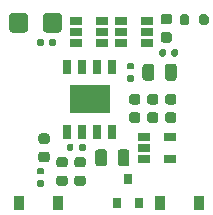
<source format=gbr>
%TF.GenerationSoftware,KiCad,Pcbnew,5.1.8*%
%TF.CreationDate,2020-11-30T19:21:11+01:00*%
%TF.ProjectId,lipo-stamp-proto,6c69706f-2d73-4746-916d-702d70726f74,rev?*%
%TF.SameCoordinates,Original*%
%TF.FileFunction,Paste,Top*%
%TF.FilePolarity,Positive*%
%FSLAX46Y46*%
G04 Gerber Fmt 4.6, Leading zero omitted, Abs format (unit mm)*
G04 Created by KiCad (PCBNEW 5.1.8) date 2020-11-30 19:21:11*
%MOMM*%
%LPD*%
G01*
G04 APERTURE LIST*
%ADD10R,0.900000X1.200000*%
%ADD11R,1.060000X0.650000*%
%ADD12R,0.800000X0.900000*%
%ADD13R,3.400000X2.400000*%
%ADD14R,0.700000X1.300000*%
G04 APERTURE END LIST*
%TO.C,C7*%
G36*
G01*
X111565500Y-62336500D02*
X111065500Y-62336500D01*
G75*
G02*
X110840500Y-62111500I0J225000D01*
G01*
X110840500Y-61661500D01*
G75*
G02*
X111065500Y-61436500I225000J0D01*
G01*
X111565500Y-61436500D01*
G75*
G02*
X111790500Y-61661500I0J-225000D01*
G01*
X111790500Y-62111500D01*
G75*
G02*
X111565500Y-62336500I-225000J0D01*
G01*
G37*
G36*
G01*
X111565500Y-63886500D02*
X111065500Y-63886500D01*
G75*
G02*
X110840500Y-63661500I0J225000D01*
G01*
X110840500Y-63211500D01*
G75*
G02*
X111065500Y-62986500I225000J0D01*
G01*
X111565500Y-62986500D01*
G75*
G02*
X111790500Y-63211500I0J-225000D01*
G01*
X111790500Y-63661500D01*
G75*
G02*
X111565500Y-63886500I-225000J0D01*
G01*
G37*
%TD*%
%TO.C,C6*%
G36*
G01*
X120773000Y-58997000D02*
X120273000Y-58997000D01*
G75*
G02*
X120048000Y-58772000I0J225000D01*
G01*
X120048000Y-58322000D01*
G75*
G02*
X120273000Y-58097000I225000J0D01*
G01*
X120773000Y-58097000D01*
G75*
G02*
X120998000Y-58322000I0J-225000D01*
G01*
X120998000Y-58772000D01*
G75*
G02*
X120773000Y-58997000I-225000J0D01*
G01*
G37*
G36*
G01*
X120773000Y-60547000D02*
X120273000Y-60547000D01*
G75*
G02*
X120048000Y-60322000I0J225000D01*
G01*
X120048000Y-59872000D01*
G75*
G02*
X120273000Y-59647000I225000J0D01*
G01*
X120773000Y-59647000D01*
G75*
G02*
X120998000Y-59872000I0J-225000D01*
G01*
X120998000Y-60322000D01*
G75*
G02*
X120773000Y-60547000I-225000J0D01*
G01*
G37*
%TD*%
%TO.C,R6*%
G36*
G01*
X124440000Y-52091000D02*
X124440000Y-51541000D01*
G75*
G02*
X124640000Y-51341000I200000J0D01*
G01*
X125040000Y-51341000D01*
G75*
G02*
X125240000Y-51541000I0J-200000D01*
G01*
X125240000Y-52091000D01*
G75*
G02*
X125040000Y-52291000I-200000J0D01*
G01*
X124640000Y-52291000D01*
G75*
G02*
X124440000Y-52091000I0J200000D01*
G01*
G37*
G36*
G01*
X122790000Y-52091000D02*
X122790000Y-51541000D01*
G75*
G02*
X122990000Y-51341000I200000J0D01*
G01*
X123390000Y-51341000D01*
G75*
G02*
X123590000Y-51541000I0J-200000D01*
G01*
X123590000Y-52091000D01*
G75*
G02*
X123390000Y-52291000I-200000J0D01*
G01*
X122990000Y-52291000D01*
G75*
G02*
X122790000Y-52091000I0J200000D01*
G01*
G37*
%TD*%
%TO.C,C5*%
G36*
G01*
X121916000Y-52202500D02*
X121416000Y-52202500D01*
G75*
G02*
X121191000Y-51977500I0J225000D01*
G01*
X121191000Y-51527500D01*
G75*
G02*
X121416000Y-51302500I225000J0D01*
G01*
X121916000Y-51302500D01*
G75*
G02*
X122141000Y-51527500I0J-225000D01*
G01*
X122141000Y-51977500D01*
G75*
G02*
X121916000Y-52202500I-225000J0D01*
G01*
G37*
G36*
G01*
X121916000Y-53752500D02*
X121416000Y-53752500D01*
G75*
G02*
X121191000Y-53527500I0J225000D01*
G01*
X121191000Y-53077500D01*
G75*
G02*
X121416000Y-52852500I225000J0D01*
G01*
X121916000Y-52852500D01*
G75*
G02*
X122141000Y-53077500I0J-225000D01*
G01*
X122141000Y-53527500D01*
G75*
G02*
X121916000Y-53752500I-225000J0D01*
G01*
G37*
%TD*%
%TO.C,C4*%
G36*
G01*
X122297000Y-58997000D02*
X121797000Y-58997000D01*
G75*
G02*
X121572000Y-58772000I0J225000D01*
G01*
X121572000Y-58322000D01*
G75*
G02*
X121797000Y-58097000I225000J0D01*
G01*
X122297000Y-58097000D01*
G75*
G02*
X122522000Y-58322000I0J-225000D01*
G01*
X122522000Y-58772000D01*
G75*
G02*
X122297000Y-58997000I-225000J0D01*
G01*
G37*
G36*
G01*
X122297000Y-60547000D02*
X121797000Y-60547000D01*
G75*
G02*
X121572000Y-60322000I0J225000D01*
G01*
X121572000Y-59872000D01*
G75*
G02*
X121797000Y-59647000I225000J0D01*
G01*
X122297000Y-59647000D01*
G75*
G02*
X122522000Y-59872000I0J-225000D01*
G01*
X122522000Y-60322000D01*
G75*
G02*
X122297000Y-60547000I-225000J0D01*
G01*
G37*
%TD*%
%TO.C,C3*%
G36*
G01*
X119249000Y-58997000D02*
X118749000Y-58997000D01*
G75*
G02*
X118524000Y-58772000I0J225000D01*
G01*
X118524000Y-58322000D01*
G75*
G02*
X118749000Y-58097000I225000J0D01*
G01*
X119249000Y-58097000D01*
G75*
G02*
X119474000Y-58322000I0J-225000D01*
G01*
X119474000Y-58772000D01*
G75*
G02*
X119249000Y-58997000I-225000J0D01*
G01*
G37*
G36*
G01*
X119249000Y-60547000D02*
X118749000Y-60547000D01*
G75*
G02*
X118524000Y-60322000I0J225000D01*
G01*
X118524000Y-59872000D01*
G75*
G02*
X118749000Y-59647000I225000J0D01*
G01*
X119249000Y-59647000D01*
G75*
G02*
X119474000Y-59872000I0J-225000D01*
G01*
X119474000Y-60322000D01*
G75*
G02*
X119249000Y-60547000I-225000J0D01*
G01*
G37*
%TD*%
%TO.C,C2*%
G36*
G01*
X121542000Y-56736000D02*
X121542000Y-55786000D01*
G75*
G02*
X121792000Y-55536000I250000J0D01*
G01*
X122292000Y-55536000D01*
G75*
G02*
X122542000Y-55786000I0J-250000D01*
G01*
X122542000Y-56736000D01*
G75*
G02*
X122292000Y-56986000I-250000J0D01*
G01*
X121792000Y-56986000D01*
G75*
G02*
X121542000Y-56736000I0J250000D01*
G01*
G37*
G36*
G01*
X119642000Y-56736000D02*
X119642000Y-55786000D01*
G75*
G02*
X119892000Y-55536000I250000J0D01*
G01*
X120392000Y-55536000D01*
G75*
G02*
X120642000Y-55786000I0J-250000D01*
G01*
X120642000Y-56736000D01*
G75*
G02*
X120392000Y-56986000I-250000J0D01*
G01*
X119892000Y-56986000D01*
G75*
G02*
X119642000Y-56736000I0J250000D01*
G01*
G37*
%TD*%
%TO.C,C1*%
G36*
G01*
X116644000Y-63025000D02*
X116644000Y-63975000D01*
G75*
G02*
X116394000Y-64225000I-250000J0D01*
G01*
X115894000Y-64225000D01*
G75*
G02*
X115644000Y-63975000I0J250000D01*
G01*
X115644000Y-63025000D01*
G75*
G02*
X115894000Y-62775000I250000J0D01*
G01*
X116394000Y-62775000D01*
G75*
G02*
X116644000Y-63025000I0J-250000D01*
G01*
G37*
G36*
G01*
X118544000Y-63025000D02*
X118544000Y-63975000D01*
G75*
G02*
X118294000Y-64225000I-250000J0D01*
G01*
X117794000Y-64225000D01*
G75*
G02*
X117544000Y-63975000I0J250000D01*
G01*
X117544000Y-63025000D01*
G75*
G02*
X117794000Y-62775000I250000J0D01*
G01*
X118294000Y-62775000D01*
G75*
G02*
X118544000Y-63025000I0J-250000D01*
G01*
G37*
%TD*%
D10*
%TO.C,D4*%
X121160000Y-67310000D03*
X124460000Y-67310000D03*
%TD*%
%TO.C,D3*%
X109220000Y-67310000D03*
X112520000Y-67310000D03*
%TD*%
D11*
%TO.C,U3*%
X116246000Y-52826000D03*
X116246000Y-51876000D03*
X116246000Y-53776000D03*
X114046000Y-53776000D03*
X114046000Y-52826000D03*
X114046000Y-51876000D03*
%TD*%
%TO.C,U2*%
X120056000Y-52826000D03*
X120056000Y-51876000D03*
X120056000Y-53776000D03*
X117856000Y-53776000D03*
X117856000Y-52826000D03*
X117856000Y-51876000D03*
%TD*%
%TO.C,U1*%
X121961000Y-61727000D03*
X121961000Y-63627000D03*
X119761000Y-63627000D03*
X119761000Y-62677000D03*
X119761000Y-61727000D03*
%TD*%
%TO.C,R5*%
G36*
G01*
X121618500Y-54425000D02*
X121618500Y-54795000D01*
G75*
G02*
X121483500Y-54930000I-135000J0D01*
G01*
X121213500Y-54930000D01*
G75*
G02*
X121078500Y-54795000I0J135000D01*
G01*
X121078500Y-54425000D01*
G75*
G02*
X121213500Y-54290000I135000J0D01*
G01*
X121483500Y-54290000D01*
G75*
G02*
X121618500Y-54425000I0J-135000D01*
G01*
G37*
G36*
G01*
X122638500Y-54425000D02*
X122638500Y-54795000D01*
G75*
G02*
X122503500Y-54930000I-135000J0D01*
G01*
X122233500Y-54930000D01*
G75*
G02*
X122098500Y-54795000I0J135000D01*
G01*
X122098500Y-54425000D01*
G75*
G02*
X122233500Y-54290000I135000J0D01*
G01*
X122503500Y-54290000D01*
G75*
G02*
X122638500Y-54425000I0J-135000D01*
G01*
G37*
%TD*%
%TO.C,R4*%
G36*
G01*
X111183000Y-64913000D02*
X110813000Y-64913000D01*
G75*
G02*
X110678000Y-64778000I0J135000D01*
G01*
X110678000Y-64508000D01*
G75*
G02*
X110813000Y-64373000I135000J0D01*
G01*
X111183000Y-64373000D01*
G75*
G02*
X111318000Y-64508000I0J-135000D01*
G01*
X111318000Y-64778000D01*
G75*
G02*
X111183000Y-64913000I-135000J0D01*
G01*
G37*
G36*
G01*
X111183000Y-65933000D02*
X110813000Y-65933000D01*
G75*
G02*
X110678000Y-65798000I0J135000D01*
G01*
X110678000Y-65528000D01*
G75*
G02*
X110813000Y-65393000I135000J0D01*
G01*
X111183000Y-65393000D01*
G75*
G02*
X111318000Y-65528000I0J-135000D01*
G01*
X111318000Y-65798000D01*
G75*
G02*
X111183000Y-65933000I-135000J0D01*
G01*
G37*
%TD*%
%TO.C,R3*%
G36*
G01*
X111748000Y-53906000D02*
X111748000Y-53536000D01*
G75*
G02*
X111883000Y-53401000I135000J0D01*
G01*
X112153000Y-53401000D01*
G75*
G02*
X112288000Y-53536000I0J-135000D01*
G01*
X112288000Y-53906000D01*
G75*
G02*
X112153000Y-54041000I-135000J0D01*
G01*
X111883000Y-54041000D01*
G75*
G02*
X111748000Y-53906000I0J135000D01*
G01*
G37*
G36*
G01*
X110728000Y-53906000D02*
X110728000Y-53536000D01*
G75*
G02*
X110863000Y-53401000I135000J0D01*
G01*
X111133000Y-53401000D01*
G75*
G02*
X111268000Y-53536000I0J-135000D01*
G01*
X111268000Y-53906000D01*
G75*
G02*
X111133000Y-54041000I-135000J0D01*
G01*
X110863000Y-54041000D01*
G75*
G02*
X110728000Y-53906000I0J135000D01*
G01*
G37*
%TD*%
%TO.C,R2*%
G36*
G01*
X118803000Y-56023000D02*
X118433000Y-56023000D01*
G75*
G02*
X118298000Y-55888000I0J135000D01*
G01*
X118298000Y-55618000D01*
G75*
G02*
X118433000Y-55483000I135000J0D01*
G01*
X118803000Y-55483000D01*
G75*
G02*
X118938000Y-55618000I0J-135000D01*
G01*
X118938000Y-55888000D01*
G75*
G02*
X118803000Y-56023000I-135000J0D01*
G01*
G37*
G36*
G01*
X118803000Y-57043000D02*
X118433000Y-57043000D01*
G75*
G02*
X118298000Y-56908000I0J135000D01*
G01*
X118298000Y-56638000D01*
G75*
G02*
X118433000Y-56503000I135000J0D01*
G01*
X118803000Y-56503000D01*
G75*
G02*
X118938000Y-56638000I0J-135000D01*
G01*
X118938000Y-56908000D01*
G75*
G02*
X118803000Y-57043000I-135000J0D01*
G01*
G37*
%TD*%
%TO.C,R1*%
G36*
G01*
X113804000Y-62426000D02*
X113804000Y-62796000D01*
G75*
G02*
X113669000Y-62931000I-135000J0D01*
G01*
X113399000Y-62931000D01*
G75*
G02*
X113264000Y-62796000I0J135000D01*
G01*
X113264000Y-62426000D01*
G75*
G02*
X113399000Y-62291000I135000J0D01*
G01*
X113669000Y-62291000D01*
G75*
G02*
X113804000Y-62426000I0J-135000D01*
G01*
G37*
G36*
G01*
X114824000Y-62426000D02*
X114824000Y-62796000D01*
G75*
G02*
X114689000Y-62931000I-135000J0D01*
G01*
X114419000Y-62931000D01*
G75*
G02*
X114284000Y-62796000I0J135000D01*
G01*
X114284000Y-62426000D01*
G75*
G02*
X114419000Y-62291000I135000J0D01*
G01*
X114689000Y-62291000D01*
G75*
G02*
X114824000Y-62426000I0J-135000D01*
G01*
G37*
%TD*%
D12*
%TO.C,Q1*%
X118430000Y-65310000D03*
X119380000Y-67310000D03*
X117480000Y-67310000D03*
%TD*%
D13*
%TO.C,IC1*%
X115189000Y-58547000D03*
D14*
X114554000Y-55797000D03*
X113284000Y-55797000D03*
X115824000Y-55797000D03*
X117094000Y-55797000D03*
X114554000Y-61297000D03*
X113284000Y-61297000D03*
X115824000Y-61297000D03*
X117094000Y-61297000D03*
%TD*%
%TO.C,F1*%
G36*
G01*
X109964000Y-51495000D02*
X109964000Y-52645000D01*
G75*
G02*
X109714000Y-52895000I-250000J0D01*
G01*
X108614000Y-52895000D01*
G75*
G02*
X108364000Y-52645000I0J250000D01*
G01*
X108364000Y-51495000D01*
G75*
G02*
X108614000Y-51245000I250000J0D01*
G01*
X109714000Y-51245000D01*
G75*
G02*
X109964000Y-51495000I0J-250000D01*
G01*
G37*
G36*
G01*
X112814000Y-51495000D02*
X112814000Y-52645000D01*
G75*
G02*
X112564000Y-52895000I-250000J0D01*
G01*
X111464000Y-52895000D01*
G75*
G02*
X111214000Y-52645000I0J250000D01*
G01*
X111214000Y-51495000D01*
G75*
G02*
X111464000Y-51245000I250000J0D01*
G01*
X112564000Y-51245000D01*
G75*
G02*
X112814000Y-51495000I0J-250000D01*
G01*
G37*
%TD*%
%TO.C,D2*%
G36*
G01*
X113095750Y-64318500D02*
X112583250Y-64318500D01*
G75*
G02*
X112364500Y-64099750I0J218750D01*
G01*
X112364500Y-63662250D01*
G75*
G02*
X112583250Y-63443500I218750J0D01*
G01*
X113095750Y-63443500D01*
G75*
G02*
X113314500Y-63662250I0J-218750D01*
G01*
X113314500Y-64099750D01*
G75*
G02*
X113095750Y-64318500I-218750J0D01*
G01*
G37*
G36*
G01*
X113095750Y-65893500D02*
X112583250Y-65893500D01*
G75*
G02*
X112364500Y-65674750I0J218750D01*
G01*
X112364500Y-65237250D01*
G75*
G02*
X112583250Y-65018500I218750J0D01*
G01*
X113095750Y-65018500D01*
G75*
G02*
X113314500Y-65237250I0J-218750D01*
G01*
X113314500Y-65674750D01*
G75*
G02*
X113095750Y-65893500I-218750J0D01*
G01*
G37*
%TD*%
%TO.C,D1*%
G36*
G01*
X114619750Y-64318500D02*
X114107250Y-64318500D01*
G75*
G02*
X113888500Y-64099750I0J218750D01*
G01*
X113888500Y-63662250D01*
G75*
G02*
X114107250Y-63443500I218750J0D01*
G01*
X114619750Y-63443500D01*
G75*
G02*
X114838500Y-63662250I0J-218750D01*
G01*
X114838500Y-64099750D01*
G75*
G02*
X114619750Y-64318500I-218750J0D01*
G01*
G37*
G36*
G01*
X114619750Y-65893500D02*
X114107250Y-65893500D01*
G75*
G02*
X113888500Y-65674750I0J218750D01*
G01*
X113888500Y-65237250D01*
G75*
G02*
X114107250Y-65018500I218750J0D01*
G01*
X114619750Y-65018500D01*
G75*
G02*
X114838500Y-65237250I0J-218750D01*
G01*
X114838500Y-65674750D01*
G75*
G02*
X114619750Y-65893500I-218750J0D01*
G01*
G37*
%TD*%
M02*

</source>
